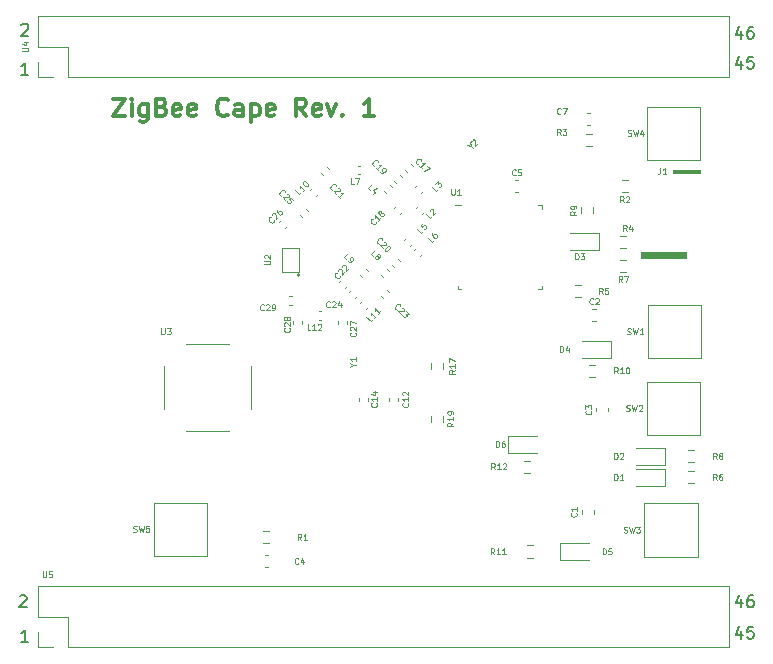
<source format=gbr>
%TF.GenerationSoftware,KiCad,Pcbnew,(5.1.9)-1*%
%TF.CreationDate,2021-09-29T12:39:09-05:00*%
%TF.ProjectId,zigbeeCape,7a696762-6565-4436-9170-652e6b696361,rev?*%
%TF.SameCoordinates,Original*%
%TF.FileFunction,Legend,Top*%
%TF.FilePolarity,Positive*%
%FSLAX46Y46*%
G04 Gerber Fmt 4.6, Leading zero omitted, Abs format (unit mm)*
G04 Created by KiCad (PCBNEW (5.1.9)-1) date 2021-09-29 12:39:09*
%MOMM*%
%LPD*%
G01*
G04 APERTURE LIST*
%ADD10C,0.150000*%
%ADD11C,0.300000*%
%ADD12C,0.120000*%
%ADD13C,0.100000*%
%ADD14C,0.076200*%
G04 APERTURE END LIST*
D10*
X1682714Y1071619D02*
X1111285Y1071619D01*
X1397000Y1071619D02*
X1397000Y2071619D01*
X1301761Y1928761D01*
X1206523Y1833523D01*
X1111285Y1785904D01*
X984285Y4897380D02*
X1031904Y4945000D01*
X1127142Y4992619D01*
X1365238Y4992619D01*
X1460476Y4945000D01*
X1508095Y4897380D01*
X1555714Y4802142D01*
X1555714Y4706904D01*
X1508095Y4564047D01*
X936666Y3992619D01*
X1555714Y3992619D01*
X62071285Y1992285D02*
X62071285Y1325619D01*
X61833190Y2373238D02*
X61595095Y1658952D01*
X62214142Y1658952D01*
X63071285Y2325619D02*
X62595095Y2325619D01*
X62547476Y1849428D01*
X62595095Y1897047D01*
X62690333Y1944666D01*
X62928428Y1944666D01*
X63023666Y1897047D01*
X63071285Y1849428D01*
X63118904Y1754190D01*
X63118904Y1516095D01*
X63071285Y1420857D01*
X63023666Y1373238D01*
X62928428Y1325619D01*
X62690333Y1325619D01*
X62595095Y1373238D01*
X62547476Y1420857D01*
X62071285Y4659285D02*
X62071285Y3992619D01*
X61833190Y5040238D02*
X61595095Y4325952D01*
X62214142Y4325952D01*
X63023666Y4992619D02*
X62833190Y4992619D01*
X62737952Y4945000D01*
X62690333Y4897380D01*
X62595095Y4754523D01*
X62547476Y4564047D01*
X62547476Y4183095D01*
X62595095Y4087857D01*
X62642714Y4040238D01*
X62737952Y3992619D01*
X62928428Y3992619D01*
X63023666Y4040238D01*
X63071285Y4087857D01*
X63118904Y4183095D01*
X63118904Y4421190D01*
X63071285Y4516428D01*
X63023666Y4564047D01*
X62928428Y4611666D01*
X62737952Y4611666D01*
X62642714Y4564047D01*
X62595095Y4516428D01*
X62547476Y4421190D01*
X62071285Y50252285D02*
X62071285Y49585619D01*
X61833190Y50633238D02*
X61595095Y49918952D01*
X62214142Y49918952D01*
X63071285Y50585619D02*
X62595095Y50585619D01*
X62547476Y50109428D01*
X62595095Y50157047D01*
X62690333Y50204666D01*
X62928428Y50204666D01*
X63023666Y50157047D01*
X63071285Y50109428D01*
X63118904Y50014190D01*
X63118904Y49776095D01*
X63071285Y49680857D01*
X63023666Y49633238D01*
X62928428Y49585619D01*
X62690333Y49585619D01*
X62595095Y49633238D01*
X62547476Y49680857D01*
X62071285Y52792285D02*
X62071285Y52125619D01*
X61833190Y53173238D02*
X61595095Y52458952D01*
X62214142Y52458952D01*
X63023666Y53125619D02*
X62833190Y53125619D01*
X62737952Y53078000D01*
X62690333Y53030380D01*
X62595095Y52887523D01*
X62547476Y52697047D01*
X62547476Y52316095D01*
X62595095Y52220857D01*
X62642714Y52173238D01*
X62737952Y52125619D01*
X62928428Y52125619D01*
X63023666Y52173238D01*
X63071285Y52220857D01*
X63118904Y52316095D01*
X63118904Y52554190D01*
X63071285Y52649428D01*
X63023666Y52697047D01*
X62928428Y52744666D01*
X62737952Y52744666D01*
X62642714Y52697047D01*
X62595095Y52649428D01*
X62547476Y52554190D01*
X1111285Y53284380D02*
X1158904Y53332000D01*
X1254142Y53379619D01*
X1492238Y53379619D01*
X1587476Y53332000D01*
X1635095Y53284380D01*
X1682714Y53189142D01*
X1682714Y53093904D01*
X1635095Y52951047D01*
X1063666Y52379619D01*
X1682714Y52379619D01*
X1682714Y49077619D02*
X1111285Y49077619D01*
X1397000Y49077619D02*
X1397000Y50077619D01*
X1301761Y49934761D01*
X1206523Y49839523D01*
X1111285Y49791904D01*
D11*
X8867571Y47049428D02*
X9867571Y47049428D01*
X8867571Y45549428D01*
X9867571Y45549428D01*
X10439000Y45549428D02*
X10439000Y46549428D01*
X10439000Y47049428D02*
X10367571Y46978000D01*
X10439000Y46906571D01*
X10510428Y46978000D01*
X10439000Y47049428D01*
X10439000Y46906571D01*
X11796142Y46549428D02*
X11796142Y45335142D01*
X11724714Y45192285D01*
X11653285Y45120857D01*
X11510428Y45049428D01*
X11296142Y45049428D01*
X11153285Y45120857D01*
X11796142Y45620857D02*
X11653285Y45549428D01*
X11367571Y45549428D01*
X11224714Y45620857D01*
X11153285Y45692285D01*
X11081857Y45835142D01*
X11081857Y46263714D01*
X11153285Y46406571D01*
X11224714Y46478000D01*
X11367571Y46549428D01*
X11653285Y46549428D01*
X11796142Y46478000D01*
X13010428Y46335142D02*
X13224714Y46263714D01*
X13296142Y46192285D01*
X13367571Y46049428D01*
X13367571Y45835142D01*
X13296142Y45692285D01*
X13224714Y45620857D01*
X13081857Y45549428D01*
X12510428Y45549428D01*
X12510428Y47049428D01*
X13010428Y47049428D01*
X13153285Y46978000D01*
X13224714Y46906571D01*
X13296142Y46763714D01*
X13296142Y46620857D01*
X13224714Y46478000D01*
X13153285Y46406571D01*
X13010428Y46335142D01*
X12510428Y46335142D01*
X14581857Y45620857D02*
X14439000Y45549428D01*
X14153285Y45549428D01*
X14010428Y45620857D01*
X13939000Y45763714D01*
X13939000Y46335142D01*
X14010428Y46478000D01*
X14153285Y46549428D01*
X14439000Y46549428D01*
X14581857Y46478000D01*
X14653285Y46335142D01*
X14653285Y46192285D01*
X13939000Y46049428D01*
X15867571Y45620857D02*
X15724714Y45549428D01*
X15439000Y45549428D01*
X15296142Y45620857D01*
X15224714Y45763714D01*
X15224714Y46335142D01*
X15296142Y46478000D01*
X15439000Y46549428D01*
X15724714Y46549428D01*
X15867571Y46478000D01*
X15939000Y46335142D01*
X15939000Y46192285D01*
X15224714Y46049428D01*
X18581857Y45692285D02*
X18510428Y45620857D01*
X18296142Y45549428D01*
X18153285Y45549428D01*
X17939000Y45620857D01*
X17796142Y45763714D01*
X17724714Y45906571D01*
X17653285Y46192285D01*
X17653285Y46406571D01*
X17724714Y46692285D01*
X17796142Y46835142D01*
X17939000Y46978000D01*
X18153285Y47049428D01*
X18296142Y47049428D01*
X18510428Y46978000D01*
X18581857Y46906571D01*
X19867571Y45549428D02*
X19867571Y46335142D01*
X19796142Y46478000D01*
X19653285Y46549428D01*
X19367571Y46549428D01*
X19224714Y46478000D01*
X19867571Y45620857D02*
X19724714Y45549428D01*
X19367571Y45549428D01*
X19224714Y45620857D01*
X19153285Y45763714D01*
X19153285Y45906571D01*
X19224714Y46049428D01*
X19367571Y46120857D01*
X19724714Y46120857D01*
X19867571Y46192285D01*
X20581857Y46549428D02*
X20581857Y45049428D01*
X20581857Y46478000D02*
X20724714Y46549428D01*
X21010428Y46549428D01*
X21153285Y46478000D01*
X21224714Y46406571D01*
X21296142Y46263714D01*
X21296142Y45835142D01*
X21224714Y45692285D01*
X21153285Y45620857D01*
X21010428Y45549428D01*
X20724714Y45549428D01*
X20581857Y45620857D01*
X22510428Y45620857D02*
X22367571Y45549428D01*
X22081857Y45549428D01*
X21938999Y45620857D01*
X21867571Y45763714D01*
X21867571Y46335142D01*
X21938999Y46478000D01*
X22081857Y46549428D01*
X22367571Y46549428D01*
X22510428Y46478000D01*
X22581857Y46335142D01*
X22581857Y46192285D01*
X21867571Y46049428D01*
X25224714Y45549428D02*
X24724714Y46263714D01*
X24367571Y45549428D02*
X24367571Y47049428D01*
X24939000Y47049428D01*
X25081857Y46978000D01*
X25153285Y46906571D01*
X25224714Y46763714D01*
X25224714Y46549428D01*
X25153285Y46406571D01*
X25081857Y46335142D01*
X24939000Y46263714D01*
X24367571Y46263714D01*
X26439000Y45620857D02*
X26296142Y45549428D01*
X26010428Y45549428D01*
X25867571Y45620857D01*
X25796142Y45763714D01*
X25796142Y46335142D01*
X25867571Y46478000D01*
X26010428Y46549428D01*
X26296142Y46549428D01*
X26439000Y46478000D01*
X26510428Y46335142D01*
X26510428Y46192285D01*
X25796142Y46049428D01*
X27010428Y46549428D02*
X27367571Y45549428D01*
X27724714Y46549428D01*
X28296142Y45692285D02*
X28367571Y45620857D01*
X28296142Y45549428D01*
X28224714Y45620857D01*
X28296142Y45692285D01*
X28296142Y45549428D01*
X30938999Y45549428D02*
X30081857Y45549428D01*
X30510428Y45549428D02*
X30510428Y47049428D01*
X30367571Y46835142D01*
X30224714Y46692285D01*
X30081857Y46620857D01*
D12*
%TO.C,SW5*%
X16829600Y12841800D02*
X12329600Y12841800D01*
X12329600Y12841800D02*
X12329600Y8341800D01*
X12329600Y8341800D02*
X16829600Y8341800D01*
X16829600Y12841800D02*
X16829600Y8341800D01*
%TO.C,C2*%
X49459933Y28217400D02*
X49752467Y28217400D01*
X49459933Y29237400D02*
X49752467Y29237400D01*
%TO.C,SW3*%
X53858600Y8265600D02*
X58358600Y8265600D01*
X58358600Y8265600D02*
X58358600Y12765600D01*
X58358600Y12765600D02*
X53858600Y12765600D01*
X53858600Y8265600D02*
X53858600Y12765600D01*
%TO.C,SW2*%
X54061800Y18578000D02*
X58561800Y18578000D01*
X58561800Y18578000D02*
X58561800Y23078000D01*
X58561800Y23078000D02*
X54061800Y23078000D01*
X54061800Y18578000D02*
X54061800Y23078000D01*
%TO.C,SW1*%
X54138000Y25055000D02*
X58638000Y25055000D01*
X58638000Y25055000D02*
X58638000Y29555000D01*
X58638000Y29555000D02*
X54138000Y29555000D01*
X54138000Y25055000D02*
X54138000Y29555000D01*
%TO.C,SW4*%
X54061800Y41869800D02*
X58561800Y41869800D01*
X58561800Y41869800D02*
X58561800Y46369800D01*
X58561800Y46369800D02*
X54061800Y46369800D01*
X54061800Y41869800D02*
X54061800Y46369800D01*
%TO.C,U2*%
X23176000Y32401000D02*
X23176000Y34401000D01*
X23176000Y34401000D02*
X24576000Y34401000D01*
X24576000Y34401000D02*
X24576000Y32401000D01*
X24576000Y32401000D02*
X23176000Y32401000D01*
X24676000Y32101000D02*
G75*
G03*
X24676000Y32101000I-100000J0D01*
G01*
%TO.C,U1*%
X44860000Y38010000D02*
X45160000Y38010000D01*
X45160000Y38010000D02*
X45160000Y37710000D01*
X44860000Y30910000D02*
X45160000Y30910000D01*
X45160000Y30910000D02*
X45160000Y31210000D01*
X38360000Y30910000D02*
X38060000Y30910000D01*
X38060000Y30910000D02*
X38060000Y31210000D01*
X38360000Y38010000D02*
X37835000Y38010000D01*
%TO.C,U3*%
X13211000Y24406000D02*
X13211000Y20806000D01*
X20571000Y24406000D02*
X20571000Y20806000D01*
X15091000Y18926000D02*
X18691000Y18926000D01*
X15091000Y26286000D02*
X18691000Y26286000D01*
%TO.C,C14*%
X30459000Y21705835D02*
X30459000Y21474165D01*
X29739000Y21705835D02*
X29739000Y21474165D01*
%TO.C,C12*%
X32999000Y21705835D02*
X32999000Y21474165D01*
X32279000Y21705835D02*
X32279000Y21474165D01*
D13*
%TO.C,J1*%
G36*
X57404000Y33528000D02*
G01*
X53594000Y33528000D01*
X53594000Y34036000D01*
X57404000Y34036000D01*
X57404000Y33528000D01*
G37*
X57404000Y33528000D02*
X53594000Y33528000D01*
X53594000Y34036000D01*
X57404000Y34036000D01*
X57404000Y33528000D01*
G36*
X58547000Y40767000D02*
G01*
X56261000Y40767000D01*
X56261000Y41021000D01*
X58547000Y41021000D01*
X58547000Y40767000D01*
G37*
X58547000Y40767000D02*
X56261000Y40767000D01*
X56261000Y41021000D01*
X58547000Y41021000D01*
X58547000Y40767000D01*
D12*
%TO.C,C5*%
X42906733Y40134000D02*
X43199267Y40134000D01*
X42906733Y39114000D02*
X43199267Y39114000D01*
%TO.C,L12*%
X26516200Y29062000D02*
X26315800Y29062000D01*
X26516200Y28342000D02*
X26315800Y28342000D01*
%TO.C,L11*%
X29915294Y29916411D02*
X29773589Y29774706D01*
X30424411Y29407294D02*
X30282706Y29265589D01*
%TO.C,L9*%
X29773589Y32074294D02*
X29915294Y31932589D01*
X30282706Y32583411D02*
X30424411Y32441706D01*
%TO.C,L8*%
X31551589Y32074294D02*
X31693294Y31932589D01*
X32060706Y32583411D02*
X32202411Y32441706D01*
%TO.C,L6*%
X34516294Y34405411D02*
X34374589Y34263706D01*
X35025411Y33896294D02*
X34883706Y33754589D01*
%TO.C,L5*%
X33676294Y35215411D02*
X33534589Y35073706D01*
X34185411Y34706294D02*
X34043706Y34564589D01*
%TO.C,L2*%
X34656294Y37917411D02*
X34514589Y37775706D01*
X35165411Y37408294D02*
X35023706Y37266589D01*
%TO.C,C29*%
X23991835Y30332000D02*
X23760165Y30332000D01*
X23991835Y29612000D02*
X23760165Y29612000D01*
%TO.C,C28*%
X24151000Y28182835D02*
X24151000Y27951165D01*
X24871000Y28182835D02*
X24871000Y27951165D01*
%TO.C,C27*%
X27961000Y28182835D02*
X27961000Y27951165D01*
X28681000Y28182835D02*
X28681000Y27951165D01*
%TO.C,C26*%
X23068349Y36785466D02*
X22904534Y36621651D01*
X23577466Y36276349D02*
X23413651Y36112534D01*
%TO.C,C25*%
X24682534Y37165349D02*
X24846349Y37001534D01*
X25191651Y37674466D02*
X25355466Y37510651D01*
%TO.C,C24*%
X29037349Y30816466D02*
X28873534Y30652651D01*
X29546466Y30307349D02*
X29382651Y30143534D01*
%TO.C,C23*%
X31540534Y30307349D02*
X31704349Y30143534D01*
X32049651Y30816466D02*
X32213466Y30652651D01*
%TO.C,C22*%
X28493651Y31032534D02*
X28657466Y31196349D01*
X27984534Y31541651D02*
X28148349Y31705466D01*
%TO.C,C21*%
X27133466Y41066651D02*
X26969651Y41230466D01*
X26624349Y40557534D02*
X26460534Y40721349D01*
%TO.C,C20*%
X32513534Y32947349D02*
X32677349Y32783534D01*
X33022651Y33456466D02*
X33186466Y33292651D01*
%TO.C,C19*%
X33356466Y40431651D02*
X33192651Y40595466D01*
X32847349Y39922534D02*
X32683534Y40086349D01*
%TO.C,C18*%
X32847349Y37928466D02*
X32683534Y37764651D01*
X33356466Y37419349D02*
X33192651Y37255534D01*
%TO.C,C17*%
X33572534Y40975349D02*
X33736349Y40811534D01*
X34081651Y41484466D02*
X34245466Y41320651D01*
%TO.C,U5*%
X61020000Y575000D02*
X61020000Y5775000D01*
X5080000Y575000D02*
X61020000Y575000D01*
X2480000Y5775000D02*
X61020000Y5775000D01*
X5080000Y575000D02*
X5080000Y3175000D01*
X5080000Y3175000D02*
X2480000Y3175000D01*
X2480000Y3175000D02*
X2480000Y5775000D01*
X3810000Y575000D02*
X2480000Y575000D01*
X2480000Y575000D02*
X2480000Y1905000D01*
%TO.C,D3*%
X50047000Y35660000D02*
X47587000Y35660000D01*
X50047000Y34190000D02*
X50047000Y35660000D01*
X47587000Y34190000D02*
X50047000Y34190000D01*
%TO.C,U4*%
X2480000Y48835000D02*
X2480000Y50165000D01*
X3810000Y48835000D02*
X2480000Y48835000D01*
X2480000Y51435000D02*
X2480000Y54035000D01*
X5080000Y51435000D02*
X2480000Y51435000D01*
X5080000Y48835000D02*
X5080000Y51435000D01*
X2480000Y54035000D02*
X61020000Y54035000D01*
X5080000Y48835000D02*
X61020000Y48835000D01*
X61020000Y48835000D02*
X61020000Y54035000D01*
%TO.C,C1*%
X49557400Y12185867D02*
X49557400Y11893333D01*
X48537400Y12185867D02*
X48537400Y11893333D01*
%TO.C,C3*%
X50802000Y20847267D02*
X50802000Y20554733D01*
X49782000Y20847267D02*
X49782000Y20554733D01*
%TO.C,C4*%
X21697733Y8384000D02*
X21990267Y8384000D01*
X21697733Y7364000D02*
X21990267Y7364000D01*
%TO.C,C7*%
X49295267Y44829000D02*
X49002733Y44829000D01*
X49295267Y45849000D02*
X49002733Y45849000D01*
%TO.C,D1*%
X53175000Y14251000D02*
X55635000Y14251000D01*
X55635000Y14251000D02*
X55635000Y15721000D01*
X55635000Y15721000D02*
X53175000Y15721000D01*
%TO.C,D2*%
X55635000Y17499000D02*
X53175000Y17499000D01*
X55635000Y16029000D02*
X55635000Y17499000D01*
X53175000Y16029000D02*
X55635000Y16029000D01*
%TO.C,D4*%
X51037600Y26541400D02*
X48577600Y26541400D01*
X51037600Y25071400D02*
X51037600Y26541400D01*
X48577600Y25071400D02*
X51037600Y25071400D01*
%TO.C,D5*%
X46752400Y7951800D02*
X49212400Y7951800D01*
X46752400Y9421800D02*
X46752400Y7951800D01*
X49212400Y9421800D02*
X46752400Y9421800D01*
%TO.C,D6*%
X44756000Y18515000D02*
X42296000Y18515000D01*
X42296000Y18515000D02*
X42296000Y17045000D01*
X42296000Y17045000D02*
X44756000Y17045000D01*
%TO.C,L3*%
X35123411Y39186294D02*
X34981706Y39044589D01*
X34614294Y39695411D02*
X34472589Y39553706D01*
%TO.C,L4*%
X32456411Y39553706D02*
X32314706Y39695411D01*
X31947294Y39044589D02*
X31805589Y39186294D01*
%TO.C,L7*%
X29818200Y40661000D02*
X29617800Y40661000D01*
X29818200Y41381000D02*
X29617800Y41381000D01*
%TO.C,L10*%
X25724294Y39441411D02*
X25582589Y39299706D01*
X26233411Y38932294D02*
X26091706Y38790589D01*
%TO.C,R1*%
X22098724Y10428500D02*
X21589276Y10428500D01*
X22098724Y9383500D02*
X21589276Y9383500D01*
%TO.C,R2*%
X52451724Y40146500D02*
X51942276Y40146500D01*
X52451724Y39101500D02*
X51942276Y39101500D01*
%TO.C,R3*%
X49403724Y43038500D02*
X48894276Y43038500D01*
X49403724Y44083500D02*
X48894276Y44083500D01*
%TO.C,R4*%
X52324724Y34402500D02*
X51815276Y34402500D01*
X52324724Y35447500D02*
X51815276Y35447500D01*
%TO.C,R5*%
X48514724Y31256500D02*
X48005276Y31256500D01*
X48514724Y30211500D02*
X48005276Y30211500D01*
%TO.C,R6*%
X57530276Y15508500D02*
X58039724Y15508500D01*
X57530276Y14463500D02*
X58039724Y14463500D01*
%TO.C,R7*%
X52324724Y32370500D02*
X51815276Y32370500D01*
X52324724Y33415500D02*
X51815276Y33415500D01*
%TO.C,R8*%
X57530276Y16241500D02*
X58039724Y16241500D01*
X57530276Y17286500D02*
X58039724Y17286500D01*
%TO.C,R9*%
X48499500Y37337276D02*
X48499500Y37846724D01*
X49544500Y37337276D02*
X49544500Y37846724D01*
%TO.C,R10*%
X49148276Y23480500D02*
X49657724Y23480500D01*
X49148276Y24525500D02*
X49657724Y24525500D01*
%TO.C,R11*%
X44399924Y8164300D02*
X43890476Y8164300D01*
X44399924Y9209300D02*
X43890476Y9209300D01*
%TO.C,R12*%
X43687276Y15352500D02*
X44196724Y15352500D01*
X43687276Y16397500D02*
X44196724Y16397500D01*
%TO.C,R17*%
X35799500Y24129276D02*
X35799500Y24638724D01*
X36844500Y24129276D02*
X36844500Y24638724D01*
%TO.C,R19*%
X35799500Y20193724D02*
X35799500Y19684276D01*
X36844500Y20193724D02*
X36844500Y19684276D01*
%TO.C,SW5*%
D14*
X10600266Y10386180D02*
X10672838Y10361990D01*
X10793790Y10361990D01*
X10842171Y10386180D01*
X10866361Y10410371D01*
X10890552Y10458752D01*
X10890552Y10507133D01*
X10866361Y10555514D01*
X10842171Y10579704D01*
X10793790Y10603895D01*
X10697028Y10628085D01*
X10648647Y10652276D01*
X10624457Y10676466D01*
X10600266Y10724847D01*
X10600266Y10773228D01*
X10624457Y10821609D01*
X10648647Y10845800D01*
X10697028Y10869990D01*
X10817980Y10869990D01*
X10890552Y10845800D01*
X11059885Y10869990D02*
X11180838Y10361990D01*
X11277600Y10724847D01*
X11374361Y10361990D01*
X11495314Y10869990D01*
X11930742Y10869990D02*
X11688838Y10869990D01*
X11664647Y10628085D01*
X11688838Y10652276D01*
X11737219Y10676466D01*
X11858171Y10676466D01*
X11906552Y10652276D01*
X11930742Y10628085D01*
X11954933Y10579704D01*
X11954933Y10458752D01*
X11930742Y10410371D01*
X11906552Y10386180D01*
X11858171Y10361990D01*
X11737219Y10361990D01*
X11688838Y10386180D01*
X11664647Y10410371D01*
%TO.C,C2*%
X49521533Y29688971D02*
X49497342Y29664780D01*
X49424771Y29640590D01*
X49376390Y29640590D01*
X49303819Y29664780D01*
X49255438Y29713161D01*
X49231247Y29761542D01*
X49207057Y29858304D01*
X49207057Y29930876D01*
X49231247Y30027638D01*
X49255438Y30076019D01*
X49303819Y30124400D01*
X49376390Y30148590D01*
X49424771Y30148590D01*
X49497342Y30124400D01*
X49521533Y30100209D01*
X49715057Y30100209D02*
X49739247Y30124400D01*
X49787628Y30148590D01*
X49908580Y30148590D01*
X49956961Y30124400D01*
X49981152Y30100209D01*
X50005342Y30051828D01*
X50005342Y30003447D01*
X49981152Y29930876D01*
X49690866Y29640590D01*
X50005342Y29640590D01*
%TO.C,SW3*%
X52129266Y10309980D02*
X52201838Y10285790D01*
X52322790Y10285790D01*
X52371171Y10309980D01*
X52395361Y10334171D01*
X52419552Y10382552D01*
X52419552Y10430933D01*
X52395361Y10479314D01*
X52371171Y10503504D01*
X52322790Y10527695D01*
X52226028Y10551885D01*
X52177647Y10576076D01*
X52153457Y10600266D01*
X52129266Y10648647D01*
X52129266Y10697028D01*
X52153457Y10745409D01*
X52177647Y10769600D01*
X52226028Y10793790D01*
X52346980Y10793790D01*
X52419552Y10769600D01*
X52588885Y10793790D02*
X52709838Y10285790D01*
X52806600Y10648647D01*
X52903361Y10285790D01*
X53024314Y10793790D01*
X53169457Y10793790D02*
X53483933Y10793790D01*
X53314600Y10600266D01*
X53387171Y10600266D01*
X53435552Y10576076D01*
X53459742Y10551885D01*
X53483933Y10503504D01*
X53483933Y10382552D01*
X53459742Y10334171D01*
X53435552Y10309980D01*
X53387171Y10285790D01*
X53242028Y10285790D01*
X53193647Y10309980D01*
X53169457Y10334171D01*
%TO.C,SW2*%
X52332466Y20622380D02*
X52405038Y20598190D01*
X52525990Y20598190D01*
X52574371Y20622380D01*
X52598561Y20646571D01*
X52622752Y20694952D01*
X52622752Y20743333D01*
X52598561Y20791714D01*
X52574371Y20815904D01*
X52525990Y20840095D01*
X52429228Y20864285D01*
X52380847Y20888476D01*
X52356657Y20912666D01*
X52332466Y20961047D01*
X52332466Y21009428D01*
X52356657Y21057809D01*
X52380847Y21082000D01*
X52429228Y21106190D01*
X52550180Y21106190D01*
X52622752Y21082000D01*
X52792085Y21106190D02*
X52913038Y20598190D01*
X53009800Y20961047D01*
X53106561Y20598190D01*
X53227514Y21106190D01*
X53396847Y21057809D02*
X53421038Y21082000D01*
X53469419Y21106190D01*
X53590371Y21106190D01*
X53638752Y21082000D01*
X53662942Y21057809D01*
X53687133Y21009428D01*
X53687133Y20961047D01*
X53662942Y20888476D01*
X53372657Y20598190D01*
X53687133Y20598190D01*
%TO.C,SW1*%
X52408666Y27099380D02*
X52481238Y27075190D01*
X52602190Y27075190D01*
X52650571Y27099380D01*
X52674761Y27123571D01*
X52698952Y27171952D01*
X52698952Y27220333D01*
X52674761Y27268714D01*
X52650571Y27292904D01*
X52602190Y27317095D01*
X52505428Y27341285D01*
X52457047Y27365476D01*
X52432857Y27389666D01*
X52408666Y27438047D01*
X52408666Y27486428D01*
X52432857Y27534809D01*
X52457047Y27559000D01*
X52505428Y27583190D01*
X52626380Y27583190D01*
X52698952Y27559000D01*
X52868285Y27583190D02*
X52989238Y27075190D01*
X53086000Y27438047D01*
X53182761Y27075190D01*
X53303714Y27583190D01*
X53763333Y27075190D02*
X53473047Y27075190D01*
X53618190Y27075190D02*
X53618190Y27583190D01*
X53569809Y27510619D01*
X53521428Y27462238D01*
X53473047Y27438047D01*
%TO.C,SW4*%
X52459466Y43914180D02*
X52532038Y43889990D01*
X52652990Y43889990D01*
X52701371Y43914180D01*
X52725561Y43938371D01*
X52749752Y43986752D01*
X52749752Y44035133D01*
X52725561Y44083514D01*
X52701371Y44107704D01*
X52652990Y44131895D01*
X52556228Y44156085D01*
X52507847Y44180276D01*
X52483657Y44204466D01*
X52459466Y44252847D01*
X52459466Y44301228D01*
X52483657Y44349609D01*
X52507847Y44373800D01*
X52556228Y44397990D01*
X52677180Y44397990D01*
X52749752Y44373800D01*
X52919085Y44397990D02*
X53040038Y43889990D01*
X53136800Y44252847D01*
X53233561Y43889990D01*
X53354514Y44397990D01*
X53765752Y44228657D02*
X53765752Y43889990D01*
X53644800Y44422180D02*
X53523847Y44059323D01*
X53838323Y44059323D01*
%TO.C,Y2*%
X39151610Y43030884D02*
X39322663Y42859831D01*
X38843716Y43099305D02*
X39151610Y43030884D01*
X39083189Y43338778D01*
X39220031Y43407199D02*
X39220031Y43441410D01*
X39237137Y43492725D01*
X39322663Y43578252D01*
X39373979Y43595357D01*
X39408189Y43595357D01*
X39459505Y43578252D01*
X39493715Y43544041D01*
X39527926Y43475620D01*
X39527926Y43065094D01*
X39750294Y43287462D01*
%TO.C,U2*%
X21692809Y33013952D02*
X22104047Y33013952D01*
X22152428Y33038142D01*
X22176619Y33062333D01*
X22200809Y33110714D01*
X22200809Y33207476D01*
X22176619Y33255857D01*
X22152428Y33280047D01*
X22104047Y33304238D01*
X21692809Y33304238D01*
X21741190Y33521952D02*
X21717000Y33546142D01*
X21692809Y33594523D01*
X21692809Y33715476D01*
X21717000Y33763857D01*
X21741190Y33788047D01*
X21789571Y33812238D01*
X21837952Y33812238D01*
X21910523Y33788047D01*
X22200809Y33497761D01*
X22200809Y33812238D01*
%TO.C,U1*%
X37511952Y39394190D02*
X37511952Y38982952D01*
X37536142Y38934571D01*
X37560333Y38910380D01*
X37608714Y38886190D01*
X37705476Y38886190D01*
X37753857Y38910380D01*
X37778047Y38934571D01*
X37802238Y38982952D01*
X37802238Y39394190D01*
X38310238Y38886190D02*
X38019952Y38886190D01*
X38165095Y38886190D02*
X38165095Y39394190D01*
X38116714Y39321619D01*
X38068333Y39273238D01*
X38019952Y39249047D01*
%TO.C,U3*%
X12947952Y27583190D02*
X12947952Y27171952D01*
X12972142Y27123571D01*
X12996333Y27099380D01*
X13044714Y27075190D01*
X13141476Y27075190D01*
X13189857Y27099380D01*
X13214047Y27123571D01*
X13238238Y27171952D01*
X13238238Y27583190D01*
X13431761Y27583190D02*
X13746238Y27583190D01*
X13576904Y27389666D01*
X13649476Y27389666D01*
X13697857Y27365476D01*
X13722047Y27341285D01*
X13746238Y27292904D01*
X13746238Y27171952D01*
X13722047Y27123571D01*
X13697857Y27099380D01*
X13649476Y27075190D01*
X13504333Y27075190D01*
X13455952Y27099380D01*
X13431761Y27123571D01*
%TO.C,C14*%
X31169428Y21263428D02*
X31193619Y21239238D01*
X31217809Y21166666D01*
X31217809Y21118285D01*
X31193619Y21045714D01*
X31145238Y20997333D01*
X31096857Y20973142D01*
X31000095Y20948952D01*
X30927523Y20948952D01*
X30830761Y20973142D01*
X30782380Y20997333D01*
X30734000Y21045714D01*
X30709809Y21118285D01*
X30709809Y21166666D01*
X30734000Y21239238D01*
X30758190Y21263428D01*
X31217809Y21747238D02*
X31217809Y21456952D01*
X31217809Y21602095D02*
X30709809Y21602095D01*
X30782380Y21553714D01*
X30830761Y21505333D01*
X30854952Y21456952D01*
X30879142Y22182666D02*
X31217809Y22182666D01*
X30685619Y22061714D02*
X31048476Y21940761D01*
X31048476Y22255238D01*
%TO.C,C12*%
X33836428Y21263428D02*
X33860619Y21239238D01*
X33884809Y21166666D01*
X33884809Y21118285D01*
X33860619Y21045714D01*
X33812238Y20997333D01*
X33763857Y20973142D01*
X33667095Y20948952D01*
X33594523Y20948952D01*
X33497761Y20973142D01*
X33449380Y20997333D01*
X33401000Y21045714D01*
X33376809Y21118285D01*
X33376809Y21166666D01*
X33401000Y21239238D01*
X33425190Y21263428D01*
X33884809Y21747238D02*
X33884809Y21456952D01*
X33884809Y21602095D02*
X33376809Y21602095D01*
X33449380Y21553714D01*
X33497761Y21505333D01*
X33521952Y21456952D01*
X33425190Y21940761D02*
X33401000Y21964952D01*
X33376809Y22013333D01*
X33376809Y22134285D01*
X33401000Y22182666D01*
X33425190Y22206857D01*
X33473571Y22231047D01*
X33521952Y22231047D01*
X33594523Y22206857D01*
X33884809Y21916571D01*
X33884809Y22231047D01*
%TO.C,J1*%
X55202666Y41172190D02*
X55202666Y40809333D01*
X55178476Y40736761D01*
X55130095Y40688380D01*
X55057523Y40664190D01*
X55009142Y40664190D01*
X55710666Y40664190D02*
X55420380Y40664190D01*
X55565523Y40664190D02*
X55565523Y41172190D01*
X55517142Y41099619D01*
X55468761Y41051238D01*
X55420380Y41027047D01*
%TO.C,C5*%
X42968333Y40585571D02*
X42944142Y40561380D01*
X42871571Y40537190D01*
X42823190Y40537190D01*
X42750619Y40561380D01*
X42702238Y40609761D01*
X42678047Y40658142D01*
X42653857Y40754904D01*
X42653857Y40827476D01*
X42678047Y40924238D01*
X42702238Y40972619D01*
X42750619Y41021000D01*
X42823190Y41045190D01*
X42871571Y41045190D01*
X42944142Y41021000D01*
X42968333Y40996809D01*
X43427952Y41045190D02*
X43186047Y41045190D01*
X43161857Y40803285D01*
X43186047Y40827476D01*
X43234428Y40851666D01*
X43355380Y40851666D01*
X43403761Y40827476D01*
X43427952Y40803285D01*
X43452142Y40754904D01*
X43452142Y40633952D01*
X43427952Y40585571D01*
X43403761Y40561380D01*
X43355380Y40537190D01*
X43234428Y40537190D01*
X43186047Y40561380D01*
X43161857Y40585571D01*
%TO.C,L12*%
X25581428Y27456190D02*
X25339523Y27456190D01*
X25339523Y27964190D01*
X26016857Y27456190D02*
X25726571Y27456190D01*
X25871714Y27456190D02*
X25871714Y27964190D01*
X25823333Y27891619D01*
X25774952Y27843238D01*
X25726571Y27819047D01*
X26210380Y27915809D02*
X26234571Y27940000D01*
X26282952Y27964190D01*
X26403904Y27964190D01*
X26452285Y27940000D01*
X26476476Y27915809D01*
X26500666Y27867428D01*
X26500666Y27819047D01*
X26476476Y27746476D01*
X26186190Y27456190D01*
X26500666Y27456190D01*
%TO.C,L11*%
X30857894Y28370264D02*
X30686841Y28199211D01*
X30327631Y28558422D01*
X31165788Y28678158D02*
X30960525Y28472895D01*
X31063156Y28575527D02*
X30703946Y28934737D01*
X30721052Y28849211D01*
X30721052Y28780790D01*
X30703946Y28729474D01*
X31507893Y29020263D02*
X31302630Y28815000D01*
X31405261Y28917632D02*
X31046051Y29276842D01*
X31063156Y29191316D01*
X31063156Y29122895D01*
X31046051Y29071579D01*
%TO.C,L9*%
X28606631Y33425368D02*
X28435579Y33596420D01*
X28794789Y33955631D01*
X28743473Y33288526D02*
X28811894Y33220105D01*
X28863210Y33203000D01*
X28897420Y33203000D01*
X28982947Y33220105D01*
X29068473Y33271421D01*
X29205315Y33408263D01*
X29222420Y33459579D01*
X29222420Y33493789D01*
X29205315Y33545105D01*
X29136894Y33613526D01*
X29085578Y33630631D01*
X29051368Y33630631D01*
X29000052Y33613526D01*
X28914526Y33528000D01*
X28897420Y33476684D01*
X28897420Y33442473D01*
X28914526Y33391158D01*
X28982947Y33322737D01*
X29034262Y33305631D01*
X29068473Y33305631D01*
X29119789Y33322737D01*
%TO.C,L8*%
X30892631Y33679368D02*
X30721579Y33850420D01*
X31080789Y34209631D01*
X31268947Y33713579D02*
X31251841Y33764894D01*
X31251841Y33799105D01*
X31268947Y33850420D01*
X31286052Y33867526D01*
X31337368Y33884631D01*
X31371578Y33884631D01*
X31422894Y33867526D01*
X31491315Y33799105D01*
X31508420Y33747789D01*
X31508420Y33713579D01*
X31491315Y33662263D01*
X31474210Y33645158D01*
X31422894Y33628052D01*
X31388683Y33628052D01*
X31337368Y33645158D01*
X31268947Y33713579D01*
X31217631Y33730684D01*
X31183420Y33730684D01*
X31132105Y33713579D01*
X31063684Y33645158D01*
X31046579Y33593842D01*
X31046579Y33559631D01*
X31063684Y33508316D01*
X31132105Y33439895D01*
X31183420Y33422789D01*
X31217631Y33422789D01*
X31268947Y33439895D01*
X31337368Y33508316D01*
X31354473Y33559631D01*
X31354473Y33593842D01*
X31337368Y33645158D01*
%TO.C,L6*%
X36043631Y35083630D02*
X35872579Y34912578D01*
X35513368Y35271788D01*
X35958105Y35716524D02*
X35889684Y35648103D01*
X35872579Y35596788D01*
X35872579Y35562577D01*
X35889684Y35477051D01*
X35941000Y35391525D01*
X36077841Y35254683D01*
X36129157Y35237578D01*
X36163368Y35237578D01*
X36214683Y35254683D01*
X36283104Y35323104D01*
X36300210Y35374419D01*
X36300210Y35408630D01*
X36283104Y35459946D01*
X36197578Y35545472D01*
X36146262Y35562577D01*
X36112052Y35562577D01*
X36060736Y35545472D01*
X35992315Y35477051D01*
X35975210Y35425735D01*
X35975210Y35391525D01*
X35992315Y35340209D01*
%TO.C,L5*%
X35154631Y35845631D02*
X34983579Y35674579D01*
X34624368Y36033789D01*
X35086210Y36495631D02*
X34915158Y36324578D01*
X35069105Y36136420D01*
X35069105Y36170631D01*
X35086210Y36221947D01*
X35171736Y36307473D01*
X35223052Y36324578D01*
X35257262Y36324578D01*
X35308578Y36307473D01*
X35394104Y36221947D01*
X35411210Y36170631D01*
X35411210Y36136420D01*
X35394104Y36085105D01*
X35308578Y35999579D01*
X35257262Y35982473D01*
X35223052Y35982473D01*
%TO.C,L2*%
X35916631Y37115631D02*
X35745579Y36944579D01*
X35386368Y37303789D01*
X35694263Y37543262D02*
X35694263Y37577473D01*
X35711368Y37628789D01*
X35796894Y37714315D01*
X35848210Y37731420D01*
X35882420Y37731420D01*
X35933736Y37714315D01*
X35967947Y37680104D01*
X36002157Y37611683D01*
X36002157Y37201158D01*
X36224525Y37423526D01*
%TO.C,C29*%
X21644428Y29155571D02*
X21620238Y29131380D01*
X21547666Y29107190D01*
X21499285Y29107190D01*
X21426714Y29131380D01*
X21378333Y29179761D01*
X21354142Y29228142D01*
X21329952Y29324904D01*
X21329952Y29397476D01*
X21354142Y29494238D01*
X21378333Y29542619D01*
X21426714Y29591000D01*
X21499285Y29615190D01*
X21547666Y29615190D01*
X21620238Y29591000D01*
X21644428Y29566809D01*
X21837952Y29566809D02*
X21862142Y29591000D01*
X21910523Y29615190D01*
X22031476Y29615190D01*
X22079857Y29591000D01*
X22104047Y29566809D01*
X22128238Y29518428D01*
X22128238Y29470047D01*
X22104047Y29397476D01*
X21813761Y29107190D01*
X22128238Y29107190D01*
X22370142Y29107190D02*
X22466904Y29107190D01*
X22515285Y29131380D01*
X22539476Y29155571D01*
X22587857Y29228142D01*
X22612047Y29324904D01*
X22612047Y29518428D01*
X22587857Y29566809D01*
X22563666Y29591000D01*
X22515285Y29615190D01*
X22418523Y29615190D01*
X22370142Y29591000D01*
X22345952Y29566809D01*
X22321761Y29518428D01*
X22321761Y29397476D01*
X22345952Y29349095D01*
X22370142Y29324904D01*
X22418523Y29300714D01*
X22515285Y29300714D01*
X22563666Y29324904D01*
X22587857Y29349095D01*
X22612047Y29397476D01*
%TO.C,C28*%
X23803428Y27613428D02*
X23827619Y27589238D01*
X23851809Y27516666D01*
X23851809Y27468285D01*
X23827619Y27395714D01*
X23779238Y27347333D01*
X23730857Y27323142D01*
X23634095Y27298952D01*
X23561523Y27298952D01*
X23464761Y27323142D01*
X23416380Y27347333D01*
X23368000Y27395714D01*
X23343809Y27468285D01*
X23343809Y27516666D01*
X23368000Y27589238D01*
X23392190Y27613428D01*
X23392190Y27806952D02*
X23368000Y27831142D01*
X23343809Y27879523D01*
X23343809Y28000476D01*
X23368000Y28048857D01*
X23392190Y28073047D01*
X23440571Y28097238D01*
X23488952Y28097238D01*
X23561523Y28073047D01*
X23851809Y27782761D01*
X23851809Y28097238D01*
X23561523Y28387523D02*
X23537333Y28339142D01*
X23513142Y28314952D01*
X23464761Y28290761D01*
X23440571Y28290761D01*
X23392190Y28314952D01*
X23368000Y28339142D01*
X23343809Y28387523D01*
X23343809Y28484285D01*
X23368000Y28532666D01*
X23392190Y28556857D01*
X23440571Y28581047D01*
X23464761Y28581047D01*
X23513142Y28556857D01*
X23537333Y28532666D01*
X23561523Y28484285D01*
X23561523Y28387523D01*
X23585714Y28339142D01*
X23609904Y28314952D01*
X23658285Y28290761D01*
X23755047Y28290761D01*
X23803428Y28314952D01*
X23827619Y28339142D01*
X23851809Y28387523D01*
X23851809Y28484285D01*
X23827619Y28532666D01*
X23803428Y28556857D01*
X23755047Y28581047D01*
X23658285Y28581047D01*
X23609904Y28556857D01*
X23585714Y28532666D01*
X23561523Y28484285D01*
%TO.C,C27*%
X29391428Y27232428D02*
X29415619Y27208238D01*
X29439809Y27135666D01*
X29439809Y27087285D01*
X29415619Y27014714D01*
X29367238Y26966333D01*
X29318857Y26942142D01*
X29222095Y26917952D01*
X29149523Y26917952D01*
X29052761Y26942142D01*
X29004380Y26966333D01*
X28956000Y27014714D01*
X28931809Y27087285D01*
X28931809Y27135666D01*
X28956000Y27208238D01*
X28980190Y27232428D01*
X28980190Y27425952D02*
X28956000Y27450142D01*
X28931809Y27498523D01*
X28931809Y27619476D01*
X28956000Y27667857D01*
X28980190Y27692047D01*
X29028571Y27716238D01*
X29076952Y27716238D01*
X29149523Y27692047D01*
X29439809Y27401761D01*
X29439809Y27716238D01*
X28931809Y27885571D02*
X28931809Y28224238D01*
X29439809Y28006523D01*
%TO.C,C26*%
X22503368Y36724789D02*
X22503368Y36690579D01*
X22469158Y36622158D01*
X22434947Y36587947D01*
X22366526Y36553737D01*
X22298105Y36553737D01*
X22246789Y36570842D01*
X22161263Y36622158D01*
X22109947Y36673474D01*
X22058632Y36759000D01*
X22041526Y36810316D01*
X22041526Y36878737D01*
X22075737Y36947158D01*
X22109947Y36981368D01*
X22178368Y37015579D01*
X22212579Y37015579D01*
X22349421Y37152420D02*
X22349421Y37186631D01*
X22366526Y37237947D01*
X22452052Y37323473D01*
X22503368Y37340578D01*
X22537579Y37340578D01*
X22588894Y37323473D01*
X22623105Y37289262D01*
X22657315Y37220841D01*
X22657315Y36810316D01*
X22879683Y37032684D01*
X22828368Y37699788D02*
X22759947Y37631367D01*
X22742841Y37580052D01*
X22742841Y37545841D01*
X22759947Y37460315D01*
X22811262Y37374789D01*
X22948104Y37237947D01*
X22999420Y37220841D01*
X23033631Y37220841D01*
X23084946Y37237947D01*
X23153367Y37306368D01*
X23170473Y37357683D01*
X23170473Y37391894D01*
X23153367Y37443210D01*
X23067841Y37528736D01*
X23016525Y37545841D01*
X22982315Y37545841D01*
X22930999Y37528736D01*
X22862578Y37460315D01*
X22845473Y37408999D01*
X22845473Y37374789D01*
X22862578Y37323473D01*
%TO.C,C25*%
X23135789Y38837631D02*
X23101579Y38837631D01*
X23033158Y38871841D01*
X22998947Y38906052D01*
X22964737Y38974473D01*
X22964737Y39042894D01*
X22981842Y39094210D01*
X23033158Y39179736D01*
X23084474Y39231052D01*
X23170000Y39282367D01*
X23221316Y39299473D01*
X23289737Y39299473D01*
X23358158Y39265262D01*
X23392368Y39231052D01*
X23426579Y39162631D01*
X23426579Y39128420D01*
X23563420Y38991578D02*
X23597631Y38991578D01*
X23648947Y38974473D01*
X23734473Y38888947D01*
X23751578Y38837631D01*
X23751578Y38803420D01*
X23734473Y38752105D01*
X23700262Y38717894D01*
X23631841Y38683684D01*
X23221316Y38683684D01*
X23443684Y38461316D01*
X24127894Y38495526D02*
X23956841Y38666579D01*
X23768683Y38512631D01*
X23802894Y38512631D01*
X23854210Y38495526D01*
X23939736Y38410000D01*
X23956841Y38358684D01*
X23956841Y38324474D01*
X23939736Y38273158D01*
X23854210Y38187632D01*
X23802894Y38170526D01*
X23768683Y38170526D01*
X23717368Y38187632D01*
X23631841Y38273158D01*
X23614736Y38324474D01*
X23614736Y38358684D01*
%TO.C,C24*%
X27232428Y29409571D02*
X27208238Y29385380D01*
X27135666Y29361190D01*
X27087285Y29361190D01*
X27014714Y29385380D01*
X26966333Y29433761D01*
X26942142Y29482142D01*
X26917952Y29578904D01*
X26917952Y29651476D01*
X26942142Y29748238D01*
X26966333Y29796619D01*
X27014714Y29845000D01*
X27087285Y29869190D01*
X27135666Y29869190D01*
X27208238Y29845000D01*
X27232428Y29820809D01*
X27425952Y29820809D02*
X27450142Y29845000D01*
X27498523Y29869190D01*
X27619476Y29869190D01*
X27667857Y29845000D01*
X27692047Y29820809D01*
X27716238Y29772428D01*
X27716238Y29724047D01*
X27692047Y29651476D01*
X27401761Y29361190D01*
X27716238Y29361190D01*
X28151666Y29699857D02*
X28151666Y29361190D01*
X28030714Y29893380D02*
X27909761Y29530523D01*
X28224238Y29530523D01*
%TO.C,C23*%
X32914789Y29185631D02*
X32880579Y29185631D01*
X32812158Y29219841D01*
X32777947Y29254052D01*
X32743737Y29322473D01*
X32743737Y29390894D01*
X32760842Y29442210D01*
X32812158Y29527736D01*
X32863474Y29579052D01*
X32949000Y29630367D01*
X33000316Y29647473D01*
X33068737Y29647473D01*
X33137158Y29613262D01*
X33171368Y29579052D01*
X33205579Y29510631D01*
X33205579Y29476420D01*
X33342420Y29339578D02*
X33376631Y29339578D01*
X33427947Y29322473D01*
X33513473Y29236947D01*
X33530578Y29185631D01*
X33530578Y29151420D01*
X33513473Y29100105D01*
X33479262Y29065894D01*
X33410841Y29031684D01*
X33000316Y29031684D01*
X33222684Y28809316D01*
X33701631Y29048789D02*
X33923999Y28826421D01*
X33667420Y28809316D01*
X33718736Y28758000D01*
X33735841Y28706684D01*
X33735841Y28672474D01*
X33718736Y28621158D01*
X33633210Y28535632D01*
X33581894Y28518526D01*
X33547683Y28518526D01*
X33496368Y28535632D01*
X33393736Y28638263D01*
X33376631Y28689579D01*
X33376631Y28723789D01*
%TO.C,C22*%
X28091368Y32025789D02*
X28091368Y31991579D01*
X28057158Y31923158D01*
X28022947Y31888947D01*
X27954526Y31854737D01*
X27886105Y31854737D01*
X27834789Y31871842D01*
X27749263Y31923158D01*
X27697947Y31974474D01*
X27646632Y32060000D01*
X27629526Y32111316D01*
X27629526Y32179737D01*
X27663737Y32248158D01*
X27697947Y32282368D01*
X27766368Y32316579D01*
X27800579Y32316579D01*
X27937421Y32453420D02*
X27937421Y32487631D01*
X27954526Y32538947D01*
X28040052Y32624473D01*
X28091368Y32641578D01*
X28125579Y32641578D01*
X28176894Y32624473D01*
X28211105Y32590262D01*
X28245315Y32521841D01*
X28245315Y32111316D01*
X28467683Y32333684D01*
X28279526Y32795525D02*
X28279526Y32829736D01*
X28296631Y32881052D01*
X28382157Y32966578D01*
X28433473Y32983683D01*
X28467683Y32983683D01*
X28518999Y32966578D01*
X28553210Y32932367D01*
X28587420Y32863946D01*
X28587420Y32453420D01*
X28809788Y32675789D01*
%TO.C,C21*%
X27453789Y39345631D02*
X27419579Y39345631D01*
X27351158Y39379841D01*
X27316947Y39414052D01*
X27282737Y39482473D01*
X27282737Y39550894D01*
X27299842Y39602210D01*
X27351158Y39687736D01*
X27402474Y39739052D01*
X27488000Y39790367D01*
X27539316Y39807473D01*
X27607737Y39807473D01*
X27676158Y39773262D01*
X27710368Y39739052D01*
X27744579Y39670631D01*
X27744579Y39636420D01*
X27881420Y39499578D02*
X27915631Y39499578D01*
X27966947Y39482473D01*
X28052473Y39396947D01*
X28069578Y39345631D01*
X28069578Y39311420D01*
X28052473Y39260105D01*
X28018262Y39225894D01*
X27949841Y39191684D01*
X27539316Y39191684D01*
X27761684Y38969316D01*
X28103789Y38627211D02*
X27898526Y38832474D01*
X28001157Y38729842D02*
X28360367Y39089052D01*
X28274841Y39071947D01*
X28206420Y39071947D01*
X28155104Y39089052D01*
%TO.C,C20*%
X31390789Y34773631D02*
X31356579Y34773631D01*
X31288158Y34807841D01*
X31253947Y34842052D01*
X31219737Y34910473D01*
X31219737Y34978894D01*
X31236842Y35030210D01*
X31288158Y35115736D01*
X31339474Y35167052D01*
X31425000Y35218367D01*
X31476316Y35235473D01*
X31544737Y35235473D01*
X31613158Y35201262D01*
X31647368Y35167052D01*
X31681579Y35098631D01*
X31681579Y35064420D01*
X31818420Y34927578D02*
X31852631Y34927578D01*
X31903947Y34910473D01*
X31989473Y34824947D01*
X32006578Y34773631D01*
X32006578Y34739420D01*
X31989473Y34688105D01*
X31955262Y34653894D01*
X31886841Y34619684D01*
X31476316Y34619684D01*
X31698684Y34397316D01*
X32280262Y34534158D02*
X32314473Y34499947D01*
X32331578Y34448631D01*
X32331578Y34414421D01*
X32314473Y34363105D01*
X32263157Y34277579D01*
X32177631Y34192053D01*
X32092104Y34140737D01*
X32040789Y34123632D01*
X32006578Y34123632D01*
X31955262Y34140737D01*
X31921052Y34174947D01*
X31903947Y34226263D01*
X31903947Y34260474D01*
X31921052Y34311789D01*
X31972368Y34397316D01*
X32057894Y34482842D01*
X32143420Y34534158D01*
X32194736Y34551263D01*
X32228946Y34551263D01*
X32280262Y34534158D01*
%TO.C,C19*%
X31009789Y41377631D02*
X30975579Y41377631D01*
X30907158Y41411841D01*
X30872947Y41446052D01*
X30838737Y41514473D01*
X30838737Y41582894D01*
X30855842Y41634210D01*
X30907158Y41719736D01*
X30958474Y41771052D01*
X31044000Y41822367D01*
X31095316Y41839473D01*
X31163737Y41839473D01*
X31232158Y41805262D01*
X31266368Y41771052D01*
X31300579Y41702631D01*
X31300579Y41668420D01*
X31317684Y41001316D02*
X31112421Y41206579D01*
X31215052Y41103947D02*
X31574262Y41463157D01*
X31488736Y41446052D01*
X31420315Y41446052D01*
X31369000Y41463157D01*
X31488736Y40830263D02*
X31557157Y40761842D01*
X31608473Y40744737D01*
X31642683Y40744737D01*
X31728210Y40761842D01*
X31813736Y40813158D01*
X31950578Y40950000D01*
X31967683Y41001316D01*
X31967683Y41035526D01*
X31950578Y41086842D01*
X31882157Y41155263D01*
X31830841Y41172368D01*
X31796631Y41172368D01*
X31745315Y41155263D01*
X31659789Y41069737D01*
X31642683Y41018421D01*
X31642683Y40984210D01*
X31659789Y40932895D01*
X31728210Y40864474D01*
X31779525Y40847368D01*
X31813736Y40847368D01*
X31865052Y40864474D01*
%TO.C,C18*%
X31139368Y36597789D02*
X31139368Y36563579D01*
X31105158Y36495158D01*
X31070947Y36460947D01*
X31002526Y36426737D01*
X30934105Y36426737D01*
X30882789Y36443842D01*
X30797263Y36495158D01*
X30745947Y36546474D01*
X30694632Y36632000D01*
X30677526Y36683316D01*
X30677526Y36751737D01*
X30711737Y36820158D01*
X30745947Y36854368D01*
X30814368Y36888579D01*
X30848579Y36888579D01*
X31515683Y36905684D02*
X31310420Y36700421D01*
X31413052Y36803052D02*
X31053842Y37162262D01*
X31070947Y37076736D01*
X31070947Y37008315D01*
X31053842Y36957000D01*
X31515683Y37316210D02*
X31464368Y37299104D01*
X31430157Y37299104D01*
X31378841Y37316210D01*
X31361736Y37333315D01*
X31344631Y37384631D01*
X31344631Y37418841D01*
X31361736Y37470157D01*
X31430157Y37538578D01*
X31481473Y37555683D01*
X31515683Y37555683D01*
X31566999Y37538578D01*
X31584104Y37521473D01*
X31601210Y37470157D01*
X31601210Y37435946D01*
X31584104Y37384631D01*
X31515683Y37316210D01*
X31498578Y37264894D01*
X31498578Y37230683D01*
X31515683Y37179368D01*
X31584104Y37110947D01*
X31635420Y37093841D01*
X31669631Y37093841D01*
X31720946Y37110947D01*
X31789367Y37179368D01*
X31806473Y37230683D01*
X31806473Y37264894D01*
X31789367Y37316210D01*
X31720946Y37384631D01*
X31669631Y37401736D01*
X31635420Y37401736D01*
X31584104Y37384631D01*
%TO.C,C17*%
X34692789Y41504631D02*
X34658579Y41504631D01*
X34590158Y41538841D01*
X34555947Y41573052D01*
X34521737Y41641473D01*
X34521737Y41709894D01*
X34538842Y41761210D01*
X34590158Y41846736D01*
X34641474Y41898052D01*
X34727000Y41949367D01*
X34778316Y41966473D01*
X34846737Y41966473D01*
X34915158Y41932262D01*
X34949368Y41898052D01*
X34983579Y41829631D01*
X34983579Y41795420D01*
X35000684Y41128316D02*
X34795421Y41333579D01*
X34898052Y41230947D02*
X35257262Y41590157D01*
X35171736Y41573052D01*
X35103315Y41573052D01*
X35052000Y41590157D01*
X35479631Y41367789D02*
X35719104Y41128316D01*
X35205947Y40923053D01*
%TO.C,U5*%
X2914952Y7009190D02*
X2914952Y6597952D01*
X2939142Y6549571D01*
X2963333Y6525380D01*
X3011714Y6501190D01*
X3108476Y6501190D01*
X3156857Y6525380D01*
X3181047Y6549571D01*
X3205238Y6597952D01*
X3205238Y7009190D01*
X3689047Y7009190D02*
X3447142Y7009190D01*
X3422952Y6767285D01*
X3447142Y6791476D01*
X3495523Y6815666D01*
X3616476Y6815666D01*
X3664857Y6791476D01*
X3689047Y6767285D01*
X3713238Y6718904D01*
X3713238Y6597952D01*
X3689047Y6549571D01*
X3664857Y6525380D01*
X3616476Y6501190D01*
X3495523Y6501190D01*
X3447142Y6525380D01*
X3422952Y6549571D01*
%TO.C,D3*%
X48012047Y33425190D02*
X48012047Y33933190D01*
X48133000Y33933190D01*
X48205571Y33909000D01*
X48253952Y33860619D01*
X48278142Y33812238D01*
X48302333Y33715476D01*
X48302333Y33642904D01*
X48278142Y33546142D01*
X48253952Y33497761D01*
X48205571Y33449380D01*
X48133000Y33425190D01*
X48012047Y33425190D01*
X48471666Y33933190D02*
X48786142Y33933190D01*
X48616809Y33739666D01*
X48689380Y33739666D01*
X48737761Y33715476D01*
X48761952Y33691285D01*
X48786142Y33642904D01*
X48786142Y33521952D01*
X48761952Y33473571D01*
X48737761Y33449380D01*
X48689380Y33425190D01*
X48544238Y33425190D01*
X48495857Y33449380D01*
X48471666Y33473571D01*
%TO.C,U4*%
X1201809Y51047952D02*
X1613047Y51047952D01*
X1661428Y51072142D01*
X1685619Y51096333D01*
X1709809Y51144714D01*
X1709809Y51241476D01*
X1685619Y51289857D01*
X1661428Y51314047D01*
X1613047Y51338238D01*
X1201809Y51338238D01*
X1371142Y51797857D02*
X1709809Y51797857D01*
X1177619Y51676904D02*
X1540476Y51555952D01*
X1540476Y51870428D01*
%TO.C,C1*%
X48085828Y11954933D02*
X48110019Y11930742D01*
X48134209Y11858171D01*
X48134209Y11809790D01*
X48110019Y11737219D01*
X48061638Y11688838D01*
X48013257Y11664647D01*
X47916495Y11640457D01*
X47843923Y11640457D01*
X47747161Y11664647D01*
X47698780Y11688838D01*
X47650400Y11737219D01*
X47626209Y11809790D01*
X47626209Y11858171D01*
X47650400Y11930742D01*
X47674590Y11954933D01*
X48134209Y12438742D02*
X48134209Y12148457D01*
X48134209Y12293600D02*
X47626209Y12293600D01*
X47698780Y12245219D01*
X47747161Y12196838D01*
X47771352Y12148457D01*
%TO.C,C3*%
X49330428Y20616333D02*
X49354619Y20592142D01*
X49378809Y20519571D01*
X49378809Y20471190D01*
X49354619Y20398619D01*
X49306238Y20350238D01*
X49257857Y20326047D01*
X49161095Y20301857D01*
X49088523Y20301857D01*
X48991761Y20326047D01*
X48943380Y20350238D01*
X48895000Y20398619D01*
X48870809Y20471190D01*
X48870809Y20519571D01*
X48895000Y20592142D01*
X48919190Y20616333D01*
X48870809Y20785666D02*
X48870809Y21100142D01*
X49064333Y20930809D01*
X49064333Y21003380D01*
X49088523Y21051761D01*
X49112714Y21075952D01*
X49161095Y21100142D01*
X49282047Y21100142D01*
X49330428Y21075952D01*
X49354619Y21051761D01*
X49378809Y21003380D01*
X49378809Y20858238D01*
X49354619Y20809857D01*
X49330428Y20785666D01*
%TO.C,C4*%
X24553333Y7692571D02*
X24529142Y7668380D01*
X24456571Y7644190D01*
X24408190Y7644190D01*
X24335619Y7668380D01*
X24287238Y7716761D01*
X24263047Y7765142D01*
X24238857Y7861904D01*
X24238857Y7934476D01*
X24263047Y8031238D01*
X24287238Y8079619D01*
X24335619Y8128000D01*
X24408190Y8152190D01*
X24456571Y8152190D01*
X24529142Y8128000D01*
X24553333Y8103809D01*
X24988761Y7982857D02*
X24988761Y7644190D01*
X24867809Y8176380D02*
X24746857Y7813523D01*
X25061333Y7813523D01*
%TO.C,C7*%
X46778333Y45792571D02*
X46754142Y45768380D01*
X46681571Y45744190D01*
X46633190Y45744190D01*
X46560619Y45768380D01*
X46512238Y45816761D01*
X46488047Y45865142D01*
X46463857Y45961904D01*
X46463857Y46034476D01*
X46488047Y46131238D01*
X46512238Y46179619D01*
X46560619Y46228000D01*
X46633190Y46252190D01*
X46681571Y46252190D01*
X46754142Y46228000D01*
X46778333Y46203809D01*
X46947666Y46252190D02*
X47286333Y46252190D01*
X47068619Y45744190D01*
%TO.C,D1*%
X51314047Y14756190D02*
X51314047Y15264190D01*
X51435000Y15264190D01*
X51507571Y15240000D01*
X51555952Y15191619D01*
X51580142Y15143238D01*
X51604333Y15046476D01*
X51604333Y14973904D01*
X51580142Y14877142D01*
X51555952Y14828761D01*
X51507571Y14780380D01*
X51435000Y14756190D01*
X51314047Y14756190D01*
X52088142Y14756190D02*
X51797857Y14756190D01*
X51943000Y14756190D02*
X51943000Y15264190D01*
X51894619Y15191619D01*
X51846238Y15143238D01*
X51797857Y15119047D01*
%TO.C,D2*%
X51314047Y16534190D02*
X51314047Y17042190D01*
X51435000Y17042190D01*
X51507571Y17018000D01*
X51555952Y16969619D01*
X51580142Y16921238D01*
X51604333Y16824476D01*
X51604333Y16751904D01*
X51580142Y16655142D01*
X51555952Y16606761D01*
X51507571Y16558380D01*
X51435000Y16534190D01*
X51314047Y16534190D01*
X51797857Y16993809D02*
X51822047Y17018000D01*
X51870428Y17042190D01*
X51991380Y17042190D01*
X52039761Y17018000D01*
X52063952Y16993809D01*
X52088142Y16945428D01*
X52088142Y16897047D01*
X52063952Y16824476D01*
X51773666Y16534190D01*
X52088142Y16534190D01*
%TO.C,D4*%
X46716647Y25576590D02*
X46716647Y26084590D01*
X46837600Y26084590D01*
X46910171Y26060400D01*
X46958552Y26012019D01*
X46982742Y25963638D01*
X47006933Y25866876D01*
X47006933Y25794304D01*
X46982742Y25697542D01*
X46958552Y25649161D01*
X46910171Y25600780D01*
X46837600Y25576590D01*
X46716647Y25576590D01*
X47442361Y25915257D02*
X47442361Y25576590D01*
X47321409Y26108780D02*
X47200457Y25745923D01*
X47514933Y25745923D01*
%TO.C,D5*%
X50323447Y8456990D02*
X50323447Y8964990D01*
X50444400Y8964990D01*
X50516971Y8940800D01*
X50565352Y8892419D01*
X50589542Y8844038D01*
X50613733Y8747276D01*
X50613733Y8674704D01*
X50589542Y8577942D01*
X50565352Y8529561D01*
X50516971Y8481180D01*
X50444400Y8456990D01*
X50323447Y8456990D01*
X51073352Y8964990D02*
X50831447Y8964990D01*
X50807257Y8723085D01*
X50831447Y8747276D01*
X50879828Y8771466D01*
X51000780Y8771466D01*
X51049161Y8747276D01*
X51073352Y8723085D01*
X51097542Y8674704D01*
X51097542Y8553752D01*
X51073352Y8505371D01*
X51049161Y8481180D01*
X51000780Y8456990D01*
X50879828Y8456990D01*
X50831447Y8481180D01*
X50807257Y8505371D01*
%TO.C,D6*%
X41281047Y17550190D02*
X41281047Y18058190D01*
X41402000Y18058190D01*
X41474571Y18034000D01*
X41522952Y17985619D01*
X41547142Y17937238D01*
X41571333Y17840476D01*
X41571333Y17767904D01*
X41547142Y17671142D01*
X41522952Y17622761D01*
X41474571Y17574380D01*
X41402000Y17550190D01*
X41281047Y17550190D01*
X42006761Y18058190D02*
X41910000Y18058190D01*
X41861619Y18034000D01*
X41837428Y18009809D01*
X41789047Y17937238D01*
X41764857Y17840476D01*
X41764857Y17646952D01*
X41789047Y17598571D01*
X41813238Y17574380D01*
X41861619Y17550190D01*
X41958380Y17550190D01*
X42006761Y17574380D01*
X42030952Y17598571D01*
X42055142Y17646952D01*
X42055142Y17767904D01*
X42030952Y17816285D01*
X42006761Y17840476D01*
X41958380Y17864666D01*
X41861619Y17864666D01*
X41813238Y17840476D01*
X41789047Y17816285D01*
X41764857Y17767904D01*
%TO.C,L3*%
X36424631Y39401631D02*
X36253579Y39230579D01*
X35894368Y39589789D01*
X36150947Y39846368D02*
X36373315Y40068736D01*
X36390420Y39812157D01*
X36441736Y39863473D01*
X36493052Y39880578D01*
X36527262Y39880578D01*
X36578578Y39863473D01*
X36664104Y39777947D01*
X36681210Y39726631D01*
X36681210Y39692420D01*
X36664104Y39641105D01*
X36561473Y39538473D01*
X36510157Y39521368D01*
X36475947Y39521368D01*
%TO.C,L4*%
X30638630Y39267368D02*
X30467578Y39438420D01*
X30826788Y39797631D01*
X31151788Y39233158D02*
X30912314Y38993684D01*
X31203103Y39455526D02*
X30860998Y39284473D01*
X31083367Y39062105D01*
%TO.C,L7*%
X29252333Y39775190D02*
X29010428Y39775190D01*
X29010428Y40283190D01*
X29373285Y40283190D02*
X29711952Y40283190D01*
X29494238Y39775190D01*
%TO.C,L10*%
X24823579Y39103579D02*
X24652526Y38932526D01*
X24293316Y39291737D01*
X25131473Y39411473D02*
X24926210Y39206210D01*
X25028841Y39308842D02*
X24669631Y39668052D01*
X24686737Y39582526D01*
X24686737Y39514105D01*
X24669631Y39462789D01*
X24994631Y39993052D02*
X25028841Y40027262D01*
X25080157Y40044367D01*
X25114368Y40044367D01*
X25165683Y40027262D01*
X25251210Y39975946D01*
X25336736Y39890420D01*
X25388052Y39804894D01*
X25405157Y39753578D01*
X25405157Y39719368D01*
X25388052Y39668052D01*
X25353841Y39633841D01*
X25302525Y39616736D01*
X25268315Y39616736D01*
X25216999Y39633841D01*
X25131473Y39685157D01*
X25045947Y39770683D01*
X24994631Y39856210D01*
X24977526Y39907525D01*
X24977526Y39941736D01*
X24994631Y39993052D01*
%TO.C,R1*%
X24807333Y9676190D02*
X24638000Y9918095D01*
X24517047Y9676190D02*
X24517047Y10184190D01*
X24710571Y10184190D01*
X24758952Y10160000D01*
X24783142Y10135809D01*
X24807333Y10087428D01*
X24807333Y10014857D01*
X24783142Y9966476D01*
X24758952Y9942285D01*
X24710571Y9918095D01*
X24517047Y9918095D01*
X25291142Y9676190D02*
X25000857Y9676190D01*
X25146000Y9676190D02*
X25146000Y10184190D01*
X25097619Y10111619D01*
X25049238Y10063238D01*
X25000857Y10039047D01*
%TO.C,R2*%
X52112333Y38251190D02*
X51943000Y38493095D01*
X51822047Y38251190D02*
X51822047Y38759190D01*
X52015571Y38759190D01*
X52063952Y38735000D01*
X52088142Y38710809D01*
X52112333Y38662428D01*
X52112333Y38589857D01*
X52088142Y38541476D01*
X52063952Y38517285D01*
X52015571Y38493095D01*
X51822047Y38493095D01*
X52305857Y38710809D02*
X52330047Y38735000D01*
X52378428Y38759190D01*
X52499380Y38759190D01*
X52547761Y38735000D01*
X52571952Y38710809D01*
X52596142Y38662428D01*
X52596142Y38614047D01*
X52571952Y38541476D01*
X52281666Y38251190D01*
X52596142Y38251190D01*
%TO.C,R3*%
X46778333Y43966190D02*
X46609000Y44208095D01*
X46488047Y43966190D02*
X46488047Y44474190D01*
X46681571Y44474190D01*
X46729952Y44450000D01*
X46754142Y44425809D01*
X46778333Y44377428D01*
X46778333Y44304857D01*
X46754142Y44256476D01*
X46729952Y44232285D01*
X46681571Y44208095D01*
X46488047Y44208095D01*
X46947666Y44474190D02*
X47262142Y44474190D01*
X47092809Y44280666D01*
X47165380Y44280666D01*
X47213761Y44256476D01*
X47237952Y44232285D01*
X47262142Y44183904D01*
X47262142Y44062952D01*
X47237952Y44014571D01*
X47213761Y43990380D01*
X47165380Y43966190D01*
X47020238Y43966190D01*
X46971857Y43990380D01*
X46947666Y44014571D01*
%TO.C,R4*%
X52366333Y35838190D02*
X52197000Y36080095D01*
X52076047Y35838190D02*
X52076047Y36346190D01*
X52269571Y36346190D01*
X52317952Y36322000D01*
X52342142Y36297809D01*
X52366333Y36249428D01*
X52366333Y36176857D01*
X52342142Y36128476D01*
X52317952Y36104285D01*
X52269571Y36080095D01*
X52076047Y36080095D01*
X52801761Y36176857D02*
X52801761Y35838190D01*
X52680809Y36370380D02*
X52559857Y36007523D01*
X52874333Y36007523D01*
%TO.C,R5*%
X50334333Y30504190D02*
X50165000Y30746095D01*
X50044047Y30504190D02*
X50044047Y31012190D01*
X50237571Y31012190D01*
X50285952Y30988000D01*
X50310142Y30963809D01*
X50334333Y30915428D01*
X50334333Y30842857D01*
X50310142Y30794476D01*
X50285952Y30770285D01*
X50237571Y30746095D01*
X50044047Y30746095D01*
X50793952Y31012190D02*
X50552047Y31012190D01*
X50527857Y30770285D01*
X50552047Y30794476D01*
X50600428Y30818666D01*
X50721380Y30818666D01*
X50769761Y30794476D01*
X50793952Y30770285D01*
X50818142Y30721904D01*
X50818142Y30600952D01*
X50793952Y30552571D01*
X50769761Y30528380D01*
X50721380Y30504190D01*
X50600428Y30504190D01*
X50552047Y30528380D01*
X50527857Y30552571D01*
%TO.C,R6*%
X59986333Y14756190D02*
X59817000Y14998095D01*
X59696047Y14756190D02*
X59696047Y15264190D01*
X59889571Y15264190D01*
X59937952Y15240000D01*
X59962142Y15215809D01*
X59986333Y15167428D01*
X59986333Y15094857D01*
X59962142Y15046476D01*
X59937952Y15022285D01*
X59889571Y14998095D01*
X59696047Y14998095D01*
X60421761Y15264190D02*
X60325000Y15264190D01*
X60276619Y15240000D01*
X60252428Y15215809D01*
X60204047Y15143238D01*
X60179857Y15046476D01*
X60179857Y14852952D01*
X60204047Y14804571D01*
X60228238Y14780380D01*
X60276619Y14756190D01*
X60373380Y14756190D01*
X60421761Y14780380D01*
X60445952Y14804571D01*
X60470142Y14852952D01*
X60470142Y14973904D01*
X60445952Y15022285D01*
X60421761Y15046476D01*
X60373380Y15070666D01*
X60276619Y15070666D01*
X60228238Y15046476D01*
X60204047Y15022285D01*
X60179857Y14973904D01*
%TO.C,R7*%
X51985333Y31520190D02*
X51816000Y31762095D01*
X51695047Y31520190D02*
X51695047Y32028190D01*
X51888571Y32028190D01*
X51936952Y32004000D01*
X51961142Y31979809D01*
X51985333Y31931428D01*
X51985333Y31858857D01*
X51961142Y31810476D01*
X51936952Y31786285D01*
X51888571Y31762095D01*
X51695047Y31762095D01*
X52154666Y32028190D02*
X52493333Y32028190D01*
X52275619Y31520190D01*
%TO.C,R8*%
X59986333Y16534190D02*
X59817000Y16776095D01*
X59696047Y16534190D02*
X59696047Y17042190D01*
X59889571Y17042190D01*
X59937952Y17018000D01*
X59962142Y16993809D01*
X59986333Y16945428D01*
X59986333Y16872857D01*
X59962142Y16824476D01*
X59937952Y16800285D01*
X59889571Y16776095D01*
X59696047Y16776095D01*
X60276619Y16824476D02*
X60228238Y16848666D01*
X60204047Y16872857D01*
X60179857Y16921238D01*
X60179857Y16945428D01*
X60204047Y16993809D01*
X60228238Y17018000D01*
X60276619Y17042190D01*
X60373380Y17042190D01*
X60421761Y17018000D01*
X60445952Y16993809D01*
X60470142Y16945428D01*
X60470142Y16921238D01*
X60445952Y16872857D01*
X60421761Y16848666D01*
X60373380Y16824476D01*
X60276619Y16824476D01*
X60228238Y16800285D01*
X60204047Y16776095D01*
X60179857Y16727714D01*
X60179857Y16630952D01*
X60204047Y16582571D01*
X60228238Y16558380D01*
X60276619Y16534190D01*
X60373380Y16534190D01*
X60421761Y16558380D01*
X60445952Y16582571D01*
X60470142Y16630952D01*
X60470142Y16727714D01*
X60445952Y16776095D01*
X60421761Y16800285D01*
X60373380Y16824476D01*
%TO.C,R9*%
X48108809Y37507333D02*
X47866904Y37338000D01*
X48108809Y37217047D02*
X47600809Y37217047D01*
X47600809Y37410571D01*
X47625000Y37458952D01*
X47649190Y37483142D01*
X47697571Y37507333D01*
X47770142Y37507333D01*
X47818523Y37483142D01*
X47842714Y37458952D01*
X47866904Y37410571D01*
X47866904Y37217047D01*
X48108809Y37749238D02*
X48108809Y37846000D01*
X48084619Y37894380D01*
X48060428Y37918571D01*
X47987857Y37966952D01*
X47891095Y37991142D01*
X47697571Y37991142D01*
X47649190Y37966952D01*
X47625000Y37942761D01*
X47600809Y37894380D01*
X47600809Y37797619D01*
X47625000Y37749238D01*
X47649190Y37725047D01*
X47697571Y37700857D01*
X47818523Y37700857D01*
X47866904Y37725047D01*
X47891095Y37749238D01*
X47915285Y37797619D01*
X47915285Y37894380D01*
X47891095Y37942761D01*
X47866904Y37966952D01*
X47818523Y37991142D01*
%TO.C,R10*%
X51616428Y23773190D02*
X51447095Y24015095D01*
X51326142Y23773190D02*
X51326142Y24281190D01*
X51519666Y24281190D01*
X51568047Y24257000D01*
X51592238Y24232809D01*
X51616428Y24184428D01*
X51616428Y24111857D01*
X51592238Y24063476D01*
X51568047Y24039285D01*
X51519666Y24015095D01*
X51326142Y24015095D01*
X52100238Y23773190D02*
X51809952Y23773190D01*
X51955095Y23773190D02*
X51955095Y24281190D01*
X51906714Y24208619D01*
X51858333Y24160238D01*
X51809952Y24136047D01*
X52414714Y24281190D02*
X52463095Y24281190D01*
X52511476Y24257000D01*
X52535666Y24232809D01*
X52559857Y24184428D01*
X52584047Y24087666D01*
X52584047Y23966714D01*
X52559857Y23869952D01*
X52535666Y23821571D01*
X52511476Y23797380D01*
X52463095Y23773190D01*
X52414714Y23773190D01*
X52366333Y23797380D01*
X52342142Y23821571D01*
X52317952Y23869952D01*
X52293761Y23966714D01*
X52293761Y24087666D01*
X52317952Y24184428D01*
X52342142Y24232809D01*
X52366333Y24257000D01*
X52414714Y24281190D01*
%TO.C,R11*%
X41151628Y8456990D02*
X40982295Y8698895D01*
X40861342Y8456990D02*
X40861342Y8964990D01*
X41054866Y8964990D01*
X41103247Y8940800D01*
X41127438Y8916609D01*
X41151628Y8868228D01*
X41151628Y8795657D01*
X41127438Y8747276D01*
X41103247Y8723085D01*
X41054866Y8698895D01*
X40861342Y8698895D01*
X41635438Y8456990D02*
X41345152Y8456990D01*
X41490295Y8456990D02*
X41490295Y8964990D01*
X41441914Y8892419D01*
X41393533Y8844038D01*
X41345152Y8819847D01*
X42119247Y8456990D02*
X41828961Y8456990D01*
X41974104Y8456990D02*
X41974104Y8964990D01*
X41925723Y8892419D01*
X41877342Y8844038D01*
X41828961Y8819847D01*
%TO.C,R12*%
X41202428Y15645190D02*
X41033095Y15887095D01*
X40912142Y15645190D02*
X40912142Y16153190D01*
X41105666Y16153190D01*
X41154047Y16129000D01*
X41178238Y16104809D01*
X41202428Y16056428D01*
X41202428Y15983857D01*
X41178238Y15935476D01*
X41154047Y15911285D01*
X41105666Y15887095D01*
X40912142Y15887095D01*
X41686238Y15645190D02*
X41395952Y15645190D01*
X41541095Y15645190D02*
X41541095Y16153190D01*
X41492714Y16080619D01*
X41444333Y16032238D01*
X41395952Y16008047D01*
X41879761Y16104809D02*
X41903952Y16129000D01*
X41952333Y16153190D01*
X42073285Y16153190D01*
X42121666Y16129000D01*
X42145857Y16104809D01*
X42170047Y16056428D01*
X42170047Y16008047D01*
X42145857Y15935476D01*
X41855571Y15645190D01*
X42170047Y15645190D01*
%TO.C,R17*%
X37821809Y24057428D02*
X37579904Y23888095D01*
X37821809Y23767142D02*
X37313809Y23767142D01*
X37313809Y23960666D01*
X37338000Y24009047D01*
X37362190Y24033238D01*
X37410571Y24057428D01*
X37483142Y24057428D01*
X37531523Y24033238D01*
X37555714Y24009047D01*
X37579904Y23960666D01*
X37579904Y23767142D01*
X37821809Y24541238D02*
X37821809Y24250952D01*
X37821809Y24396095D02*
X37313809Y24396095D01*
X37386380Y24347714D01*
X37434761Y24299333D01*
X37458952Y24250952D01*
X37313809Y24710571D02*
X37313809Y25049238D01*
X37821809Y24831523D01*
%TO.C,R19*%
X37694809Y19612428D02*
X37452904Y19443095D01*
X37694809Y19322142D02*
X37186809Y19322142D01*
X37186809Y19515666D01*
X37211000Y19564047D01*
X37235190Y19588238D01*
X37283571Y19612428D01*
X37356142Y19612428D01*
X37404523Y19588238D01*
X37428714Y19564047D01*
X37452904Y19515666D01*
X37452904Y19322142D01*
X37694809Y20096238D02*
X37694809Y19805952D01*
X37694809Y19951095D02*
X37186809Y19951095D01*
X37259380Y19902714D01*
X37307761Y19854333D01*
X37331952Y19805952D01*
X37694809Y20338142D02*
X37694809Y20434904D01*
X37670619Y20483285D01*
X37646428Y20507476D01*
X37573857Y20555857D01*
X37477095Y20580047D01*
X37283571Y20580047D01*
X37235190Y20555857D01*
X37211000Y20531666D01*
X37186809Y20483285D01*
X37186809Y20386523D01*
X37211000Y20338142D01*
X37235190Y20313952D01*
X37283571Y20289761D01*
X37404523Y20289761D01*
X37452904Y20313952D01*
X37477095Y20338142D01*
X37501285Y20386523D01*
X37501285Y20483285D01*
X37477095Y20531666D01*
X37452904Y20555857D01*
X37404523Y20580047D01*
%TO.C,Y1*%
X29197904Y24523095D02*
X29439809Y24523095D01*
X28931809Y24353761D02*
X29197904Y24523095D01*
X28931809Y24692428D01*
X29439809Y25127857D02*
X29439809Y24837571D01*
X29439809Y24982714D02*
X28931809Y24982714D01*
X29004380Y24934333D01*
X29052761Y24885952D01*
X29076952Y24837571D01*
%TD*%
M02*

</source>
